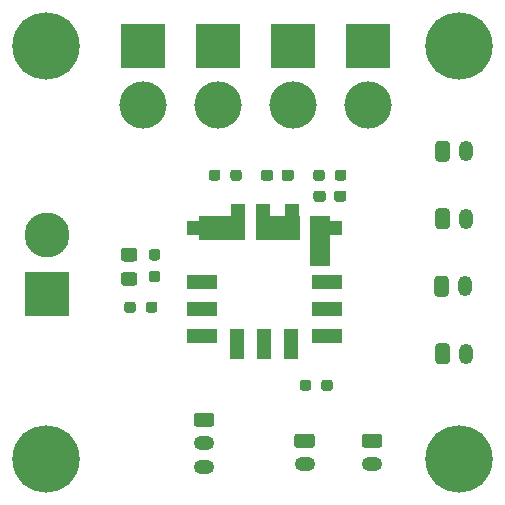
<source format=gbr>
%TF.GenerationSoftware,KiCad,Pcbnew,(5.1.9)-1*%
%TF.CreationDate,2021-02-27T14:58:15+09:00*%
%TF.ProjectId,universal_power_board_v1.2,756e6976-6572-4736-916c-5f706f776572,rev?*%
%TF.SameCoordinates,Original*%
%TF.FileFunction,Soldermask,Top*%
%TF.FilePolarity,Negative*%
%FSLAX46Y46*%
G04 Gerber Fmt 4.6, Leading zero omitted, Abs format (unit mm)*
G04 Created by KiCad (PCBNEW (5.1.9)-1) date 2021-02-27 14:58:15*
%MOMM*%
%LPD*%
G01*
G04 APERTURE LIST*
%ADD10R,1.270000X2.159000*%
%ADD11R,2.159000X1.270000*%
%ADD12R,1.270000X2.659000*%
%ADD13R,2.659000X1.270000*%
%ADD14R,1.730000X4.320000*%
%ADD15R,3.720000X2.030000*%
%ADD16R,4.020000X2.030000*%
%ADD17C,4.000000*%
%ADD18R,3.800000X3.800000*%
%ADD19O,1.750000X1.200000*%
%ADD20O,1.200000X1.750000*%
%ADD21C,3.800000*%
%ADD22C,5.700000*%
G04 APERTURE END LIST*
D10*
%TO.C,U1*%
X117338670Y-71005300D03*
X114870670Y-71005300D03*
D11*
X120519000Y-72005000D03*
D10*
X112759058Y-71005300D03*
D11*
X109388560Y-72005000D03*
D12*
X117245130Y-81889410D03*
D13*
X120269000Y-78863000D03*
X109638560Y-78863000D03*
X109638560Y-81153000D03*
D12*
X112675130Y-81889410D03*
X114965130Y-81889410D03*
D13*
X120269000Y-81153000D03*
X120269000Y-76573000D03*
D14*
X119685130Y-73143000D03*
D15*
X116105130Y-72003000D03*
D16*
X111375130Y-72003000D03*
D13*
X109638560Y-76573000D03*
%TD*%
%TO.C,R5*%
G36*
G01*
X111231500Y-67326500D02*
X111231500Y-67801500D01*
G75*
G02*
X110994000Y-68039000I-237500J0D01*
G01*
X110494000Y-68039000D01*
G75*
G02*
X110256500Y-67801500I0J237500D01*
G01*
X110256500Y-67326500D01*
G75*
G02*
X110494000Y-67089000I237500J0D01*
G01*
X110994000Y-67089000D01*
G75*
G02*
X111231500Y-67326500I0J-237500D01*
G01*
G37*
G36*
G01*
X113056500Y-67326500D02*
X113056500Y-67801500D01*
G75*
G02*
X112819000Y-68039000I-237500J0D01*
G01*
X112319000Y-68039000D01*
G75*
G02*
X112081500Y-67801500I0J237500D01*
G01*
X112081500Y-67326500D01*
G75*
G02*
X112319000Y-67089000I237500J0D01*
G01*
X112819000Y-67089000D01*
G75*
G02*
X113056500Y-67326500I0J-237500D01*
G01*
G37*
%TD*%
%TO.C,R4*%
G36*
G01*
X118931500Y-85106500D02*
X118931500Y-85581500D01*
G75*
G02*
X118694000Y-85819000I-237500J0D01*
G01*
X118194000Y-85819000D01*
G75*
G02*
X117956500Y-85581500I0J237500D01*
G01*
X117956500Y-85106500D01*
G75*
G02*
X118194000Y-84869000I237500J0D01*
G01*
X118694000Y-84869000D01*
G75*
G02*
X118931500Y-85106500I0J-237500D01*
G01*
G37*
G36*
G01*
X120756500Y-85106500D02*
X120756500Y-85581500D01*
G75*
G02*
X120519000Y-85819000I-237500J0D01*
G01*
X120019000Y-85819000D01*
G75*
G02*
X119781500Y-85581500I0J237500D01*
G01*
X119781500Y-85106500D01*
G75*
G02*
X120019000Y-84869000I237500J0D01*
G01*
X120519000Y-84869000D01*
G75*
G02*
X120756500Y-85106500I0J-237500D01*
G01*
G37*
%TD*%
%TO.C,R3*%
G36*
G01*
X120924500Y-67801500D02*
X120924500Y-67326500D01*
G75*
G02*
X121162000Y-67089000I237500J0D01*
G01*
X121662000Y-67089000D01*
G75*
G02*
X121899500Y-67326500I0J-237500D01*
G01*
X121899500Y-67801500D01*
G75*
G02*
X121662000Y-68039000I-237500J0D01*
G01*
X121162000Y-68039000D01*
G75*
G02*
X120924500Y-67801500I0J237500D01*
G01*
G37*
G36*
G01*
X119099500Y-67801500D02*
X119099500Y-67326500D01*
G75*
G02*
X119337000Y-67089000I237500J0D01*
G01*
X119837000Y-67089000D01*
G75*
G02*
X120074500Y-67326500I0J-237500D01*
G01*
X120074500Y-67801500D01*
G75*
G02*
X119837000Y-68039000I-237500J0D01*
G01*
X119337000Y-68039000D01*
G75*
G02*
X119099500Y-67801500I0J237500D01*
G01*
G37*
%TD*%
%TO.C,R2*%
G36*
G01*
X105897500Y-78502500D02*
X105897500Y-78977500D01*
G75*
G02*
X105660000Y-79215000I-237500J0D01*
G01*
X105160000Y-79215000D01*
G75*
G02*
X104922500Y-78977500I0J237500D01*
G01*
X104922500Y-78502500D01*
G75*
G02*
X105160000Y-78265000I237500J0D01*
G01*
X105660000Y-78265000D01*
G75*
G02*
X105897500Y-78502500I0J-237500D01*
G01*
G37*
G36*
G01*
X104072500Y-78502500D02*
X104072500Y-78977500D01*
G75*
G02*
X103835000Y-79215000I-237500J0D01*
G01*
X103335000Y-79215000D01*
G75*
G02*
X103097500Y-78977500I0J237500D01*
G01*
X103097500Y-78502500D01*
G75*
G02*
X103335000Y-78265000I237500J0D01*
G01*
X103835000Y-78265000D01*
G75*
G02*
X104072500Y-78502500I0J-237500D01*
G01*
G37*
%TD*%
%TO.C,R1*%
G36*
G01*
X105426500Y-73807500D02*
X105901500Y-73807500D01*
G75*
G02*
X106139000Y-74045000I0J-237500D01*
G01*
X106139000Y-74545000D01*
G75*
G02*
X105901500Y-74782500I-237500J0D01*
G01*
X105426500Y-74782500D01*
G75*
G02*
X105189000Y-74545000I0J237500D01*
G01*
X105189000Y-74045000D01*
G75*
G02*
X105426500Y-73807500I237500J0D01*
G01*
G37*
G36*
G01*
X105426500Y-75632500D02*
X105901500Y-75632500D01*
G75*
G02*
X106139000Y-75870000I0J-237500D01*
G01*
X106139000Y-76370000D01*
G75*
G02*
X105901500Y-76607500I-237500J0D01*
G01*
X105426500Y-76607500D01*
G75*
G02*
X105189000Y-76370000I0J237500D01*
G01*
X105189000Y-75870000D01*
G75*
G02*
X105426500Y-75632500I237500J0D01*
G01*
G37*
%TD*%
D17*
%TO.C,J12*%
X123705000Y-61642000D03*
D18*
X123705000Y-56642000D03*
%TD*%
D17*
%TO.C,J11*%
X117355000Y-61642000D03*
D18*
X117355000Y-56642000D03*
%TD*%
D19*
%TO.C,J10*%
X124079000Y-92043000D03*
G36*
G01*
X123453999Y-89443000D02*
X124704001Y-89443000D01*
G75*
G02*
X124954000Y-89692999I0J-249999D01*
G01*
X124954000Y-90393001D01*
G75*
G02*
X124704001Y-90643000I-249999J0D01*
G01*
X123453999Y-90643000D01*
G75*
G02*
X123204000Y-90393001I0J249999D01*
G01*
X123204000Y-89692999D01*
G75*
G02*
X123453999Y-89443000I249999J0D01*
G01*
G37*
%TD*%
%TO.C,J9*%
X118364000Y-92043000D03*
G36*
G01*
X117738999Y-89443000D02*
X118989001Y-89443000D01*
G75*
G02*
X119239000Y-89692999I0J-249999D01*
G01*
X119239000Y-90393001D01*
G75*
G02*
X118989001Y-90643000I-249999J0D01*
G01*
X117738999Y-90643000D01*
G75*
G02*
X117489000Y-90393001I0J249999D01*
G01*
X117489000Y-89692999D01*
G75*
G02*
X117738999Y-89443000I249999J0D01*
G01*
G37*
%TD*%
D20*
%TO.C,J8*%
X132048000Y-82677000D03*
G36*
G01*
X129448000Y-83302001D02*
X129448000Y-82051999D01*
G75*
G02*
X129697999Y-81802000I249999J0D01*
G01*
X130398001Y-81802000D01*
G75*
G02*
X130648000Y-82051999I0J-249999D01*
G01*
X130648000Y-83302001D01*
G75*
G02*
X130398001Y-83552000I-249999J0D01*
G01*
X129697999Y-83552000D01*
G75*
G02*
X129448000Y-83302001I0J249999D01*
G01*
G37*
%TD*%
%TO.C,J7*%
X131953000Y-76962000D03*
G36*
G01*
X129353000Y-77587001D02*
X129353000Y-76336999D01*
G75*
G02*
X129602999Y-76087000I249999J0D01*
G01*
X130303001Y-76087000D01*
G75*
G02*
X130553000Y-76336999I0J-249999D01*
G01*
X130553000Y-77587001D01*
G75*
G02*
X130303001Y-77837000I-249999J0D01*
G01*
X129602999Y-77837000D01*
G75*
G02*
X129353000Y-77587001I0J249999D01*
G01*
G37*
%TD*%
D17*
%TO.C,J6*%
X111005000Y-61642000D03*
D18*
X111005000Y-56642000D03*
%TD*%
D20*
%TO.C,J5*%
X132048000Y-71247000D03*
G36*
G01*
X129448000Y-71872001D02*
X129448000Y-70621999D01*
G75*
G02*
X129697999Y-70372000I249999J0D01*
G01*
X130398001Y-70372000D01*
G75*
G02*
X130648000Y-70621999I0J-249999D01*
G01*
X130648000Y-71872001D01*
G75*
G02*
X130398001Y-72122000I-249999J0D01*
G01*
X129697999Y-72122000D01*
G75*
G02*
X129448000Y-71872001I0J249999D01*
G01*
G37*
%TD*%
%TO.C,J4*%
X132048000Y-65532000D03*
G36*
G01*
X129448000Y-66157001D02*
X129448000Y-64906999D01*
G75*
G02*
X129697999Y-64657000I249999J0D01*
G01*
X130398001Y-64657000D01*
G75*
G02*
X130648000Y-64906999I0J-249999D01*
G01*
X130648000Y-66157001D01*
G75*
G02*
X130398001Y-66407000I-249999J0D01*
G01*
X129697999Y-66407000D01*
G75*
G02*
X129448000Y-66157001I0J249999D01*
G01*
G37*
%TD*%
D17*
%TO.C,J3*%
X104648000Y-61642000D03*
D18*
X104648000Y-56642000D03*
%TD*%
D21*
%TO.C,J2*%
X96520000Y-72644000D03*
D18*
X96520000Y-77644000D03*
%TD*%
D19*
%TO.C,J1*%
X109855000Y-92265000D03*
X109855000Y-90265000D03*
G36*
G01*
X109229999Y-87665000D02*
X110480001Y-87665000D01*
G75*
G02*
X110730000Y-87914999I0J-249999D01*
G01*
X110730000Y-88615001D01*
G75*
G02*
X110480001Y-88865000I-249999J0D01*
G01*
X109229999Y-88865000D01*
G75*
G02*
X108980000Y-88615001I0J249999D01*
G01*
X108980000Y-87914999D01*
G75*
G02*
X109229999Y-87665000I249999J0D01*
G01*
G37*
%TD*%
D22*
%TO.C,H4*%
X131445000Y-91615000D03*
%TD*%
%TO.C,H3*%
X96445001Y-56615001D03*
%TD*%
%TO.C,H2*%
X131445000Y-56615001D03*
%TD*%
%TO.C,H1*%
X96445001Y-91615000D03*
%TD*%
%TO.C,D1*%
G36*
G01*
X116414000Y-67801500D02*
X116414000Y-67326500D01*
G75*
G02*
X116651500Y-67089000I237500J0D01*
G01*
X117226500Y-67089000D01*
G75*
G02*
X117464000Y-67326500I0J-237500D01*
G01*
X117464000Y-67801500D01*
G75*
G02*
X117226500Y-68039000I-237500J0D01*
G01*
X116651500Y-68039000D01*
G75*
G02*
X116414000Y-67801500I0J237500D01*
G01*
G37*
G36*
G01*
X114664000Y-67801500D02*
X114664000Y-67326500D01*
G75*
G02*
X114901500Y-67089000I237500J0D01*
G01*
X115476500Y-67089000D01*
G75*
G02*
X115714000Y-67326500I0J-237500D01*
G01*
X115714000Y-67801500D01*
G75*
G02*
X115476500Y-68039000I-237500J0D01*
G01*
X114901500Y-68039000D01*
G75*
G02*
X114664000Y-67801500I0J237500D01*
G01*
G37*
%TD*%
%TO.C,C2*%
G36*
G01*
X120859000Y-69579500D02*
X120859000Y-69104500D01*
G75*
G02*
X121096500Y-68867000I237500J0D01*
G01*
X121671500Y-68867000D01*
G75*
G02*
X121909000Y-69104500I0J-237500D01*
G01*
X121909000Y-69579500D01*
G75*
G02*
X121671500Y-69817000I-237500J0D01*
G01*
X121096500Y-69817000D01*
G75*
G02*
X120859000Y-69579500I0J237500D01*
G01*
G37*
G36*
G01*
X119109000Y-69579500D02*
X119109000Y-69104500D01*
G75*
G02*
X119346500Y-68867000I237500J0D01*
G01*
X119921500Y-68867000D01*
G75*
G02*
X120159000Y-69104500I0J-237500D01*
G01*
X120159000Y-69579500D01*
G75*
G02*
X119921500Y-69817000I-237500J0D01*
G01*
X119346500Y-69817000D01*
G75*
G02*
X119109000Y-69579500I0J237500D01*
G01*
G37*
%TD*%
%TO.C,C1*%
G36*
G01*
X103054999Y-73720000D02*
X103955001Y-73720000D01*
G75*
G02*
X104205000Y-73969999I0J-249999D01*
G01*
X104205000Y-74620001D01*
G75*
G02*
X103955001Y-74870000I-249999J0D01*
G01*
X103054999Y-74870000D01*
G75*
G02*
X102805000Y-74620001I0J249999D01*
G01*
X102805000Y-73969999D01*
G75*
G02*
X103054999Y-73720000I249999J0D01*
G01*
G37*
G36*
G01*
X103054999Y-75770000D02*
X103955001Y-75770000D01*
G75*
G02*
X104205000Y-76019999I0J-249999D01*
G01*
X104205000Y-76670001D01*
G75*
G02*
X103955001Y-76920000I-249999J0D01*
G01*
X103054999Y-76920000D01*
G75*
G02*
X102805000Y-76670001I0J249999D01*
G01*
X102805000Y-76019999D01*
G75*
G02*
X103054999Y-75770000I249999J0D01*
G01*
G37*
%TD*%
M02*

</source>
